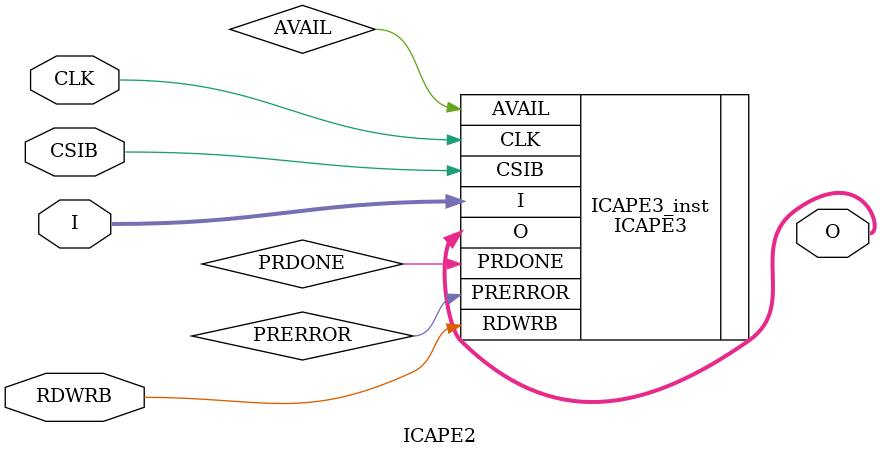
<source format=v>

`default_nettype none

module ICAPE2 #
  (parameter DEVICE_ID=123, ICAP_WIDTH=32 )
  (
   output wire [31:0] O,
   input wire         CLK,
   input wire         CSIB,
   input wire [31:0]  I,
   input wire         RDWRB
   );

   wire               AVAIL, PRDONE, PRERROR;

  ICAPE3 #
    ( .DEVICE_ID(32'h03628093),     // for simulation
      .ICAP_AUTO_SWITCH("DISABLE"), // Enable switch ICAP using sync word
      .SIM_CFG_FILE_NAME("NONE")    // for simulation
      )
   ICAPE3_inst 
     ( .AVAIL  (AVAIL),   // O      : Availability status of ICAP
       .O      (O),       // O[31:0]: Configuration data output bus
       .PRDONE (PRDONE),  // O      : Indicates completion of PR
       .PRERROR(PRERROR), // O      : Indicates Error during PR
       .CLK    (CLK),     // I      : Clock input
       .CSIB   (CSIB),    // I      : Active-Low ICAP enable
       .I      (I),       // I[31:0]: Configuration data input bus
       .RDWRB  (RDWRB)    // I      : Read/Write Select input
       );

endmodule // ICAPE2

`default_nettype wire

</source>
